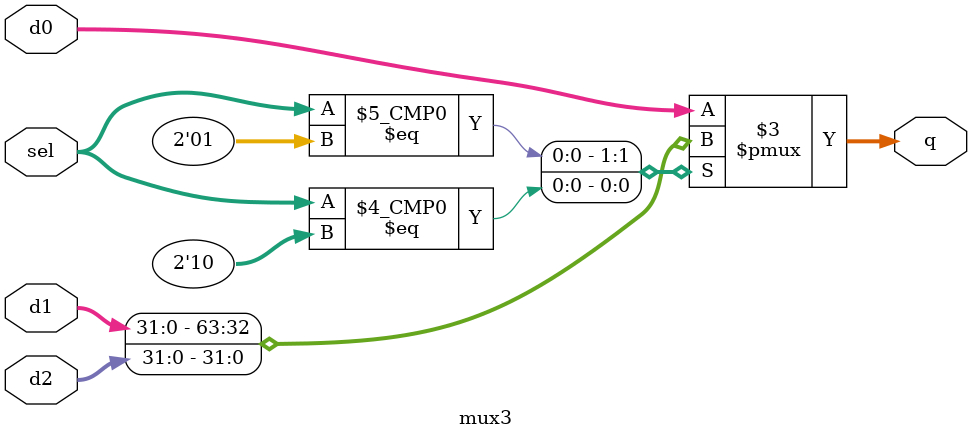
<source format=sv>
`timescale 1ns/1ps

module mux3 #(parameter WIDTH = 32) (
    input  wire [WIDTH-1:0] d0,
    input  wire [WIDTH-1:0] d1,
    input  wire [WIDTH-1:0] d2,

    input  wire [1:0]       sel,

    output reg  [WIDTH-1:0] q
    );

    always_comb begin
        case (sel)
            3'd0: q = d0;
            3'd1: q = d1;
            3'd2: q = d2;
            default: q = d0;
        endcase
    end
endmodule
</source>
